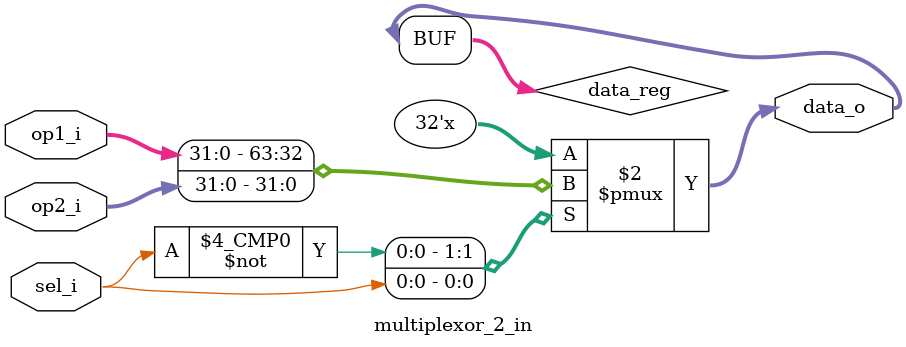
<source format=v>
`timescale 1ns / 1ps

module multiplexor_2_in
	#(
		parameter NB_DATA = 32
	)
	(
		input wire [NB_DATA-1:0] op1_i,
		input wire [NB_DATA-1:0] op2_i,
		input wire sel_i,

		output wire [NB_DATA-1:0] data_o	
	);

	reg [NB_DATA-1:0] data_reg;

	always @(*)
		begin
			case (sel_i)
				1'b0:
					data_reg = op1_i;
				1'b1:
					data_reg = op2_i;

				default:
					data_reg = op1_i;
					
			endcase

		end
	assign data_o = data_reg;

endmodule
</source>
